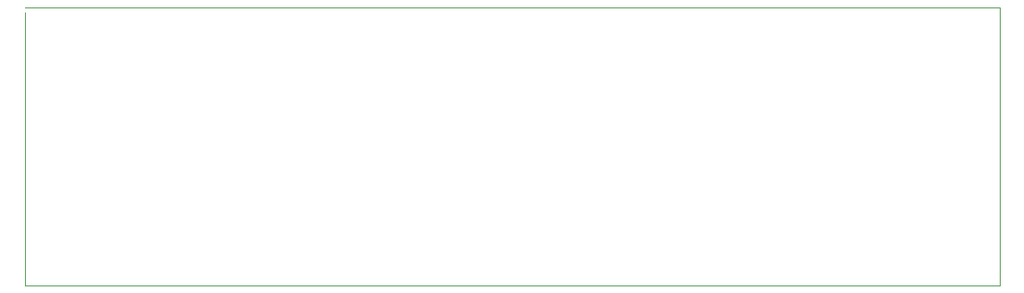
<source format=gbr>
%TF.GenerationSoftware,KiCad,Pcbnew,(5.1.10-1-10_14)*%
%TF.CreationDate,2021-10-13T21:31:21+02:00*%
%TF.ProjectId,MiliOhmMeter,4d696c69-4f68-46d4-9d65-7465722e6b69,rev?*%
%TF.SameCoordinates,Original*%
%TF.FileFunction,Profile,NP*%
%FSLAX46Y46*%
G04 Gerber Fmt 4.6, Leading zero omitted, Abs format (unit mm)*
G04 Created by KiCad (PCBNEW (5.1.10-1-10_14)) date 2021-10-13 21:31:21*
%MOMM*%
%LPD*%
G01*
G04 APERTURE LIST*
%TA.AperFunction,Profile*%
%ADD10C,0.050000*%
%TD*%
G04 APERTURE END LIST*
D10*
X159893000Y-102362000D02*
X159893000Y-74041000D01*
X60896500Y-102362000D02*
X159893000Y-102362000D01*
X60896500Y-74549000D02*
X60896500Y-102362000D01*
X159893000Y-74041000D02*
X60896500Y-74041000D01*
M02*

</source>
